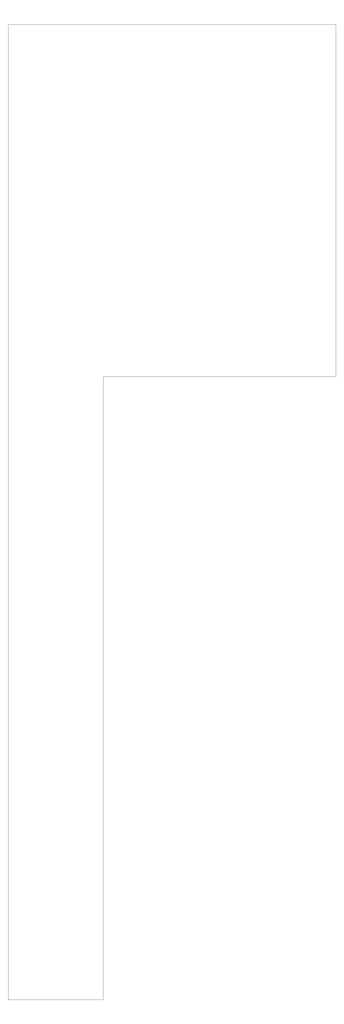
<source format=gm1>
%TF.GenerationSoftware,KiCad,Pcbnew,(5.1.6-0-10_14)*%
%TF.CreationDate,2020-09-12T12:57:19-04:00*%
%TF.ProjectId,smart-o-harp,736d6172-742d-46f2-9d68-6172702e6b69,rev?*%
%TF.SameCoordinates,Original*%
%TF.FileFunction,Profile,NP*%
%FSLAX46Y46*%
G04 Gerber Fmt 4.6, Leading zero omitted, Abs format (unit mm)*
G04 Created by KiCad (PCBNEW (5.1.6-0-10_14)) date 2020-09-12 12:57:19*
%MOMM*%
%LPD*%
G01*
G04 APERTURE LIST*
%TA.AperFunction,Profile*%
%ADD10C,0.050000*%
%TD*%
G04 APERTURE END LIST*
D10*
X177800000Y-31750000D02*
X177800000Y-292100000D01*
X203200000Y-274320000D02*
X203200000Y-292100000D01*
X203200000Y-292100000D02*
X177800000Y-292100000D01*
X203200000Y-125730000D02*
X203200000Y-274320000D01*
X208280000Y-125730000D02*
X203200000Y-125730000D01*
X265430000Y-31750000D02*
X265430000Y-125730000D01*
X264160000Y-31750000D02*
X265430000Y-31750000D01*
X177800000Y-31750000D02*
X264160000Y-31750000D01*
X265430000Y-125730000D02*
X208280000Y-125730000D01*
M02*

</source>
